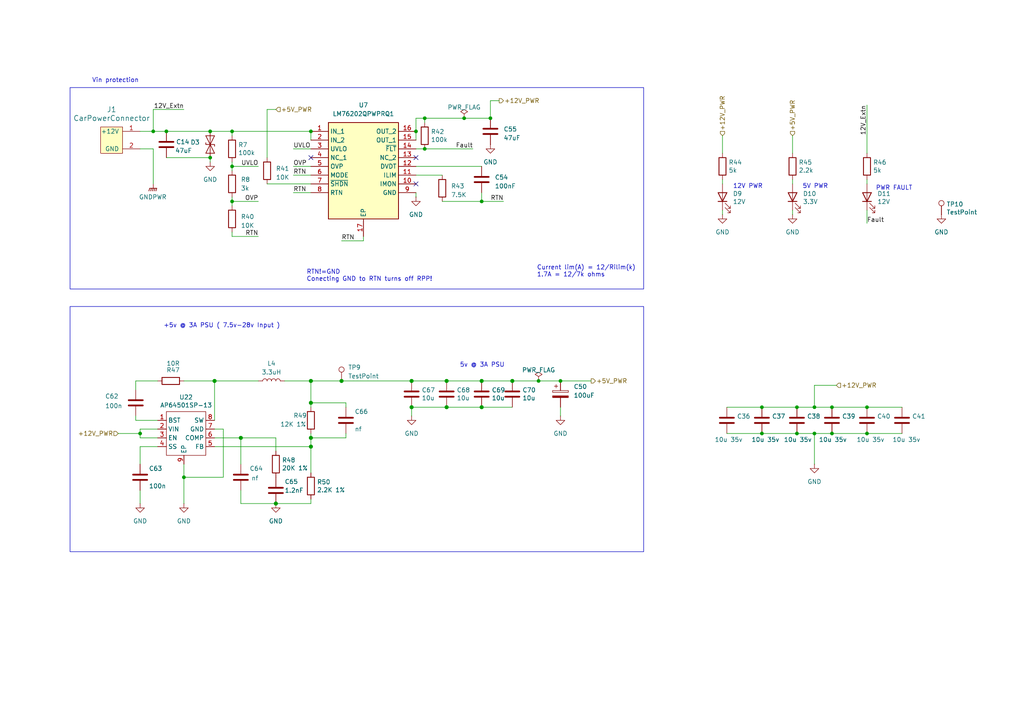
<source format=kicad_sch>
(kicad_sch (version 20231120) (generator "eeschema") (generator_version "8.0")
  (paper "A4")
  (lib_symbols
    (symbol "CM4IO:AP64351"
      (property "Reference" "U" (at 0 8.89 0))
      (property "Value" "AP64351" (at 1.27 6.35 0))
      (symbol "AP64351_0_1"
        (rectangle (start -5.08 5.08) (end 6.35 -7.62))
      )
      (symbol "AP64351_1_1"
        (pin passive line (at -7.62 2.54 0) (length 2.54) (name "BST") (number "1"))
        (pin power_in line (at -7.62 0 0) (length 2.54) (name "VIN") (number "2"))
        (pin input line (at -7.62 -2.54 0) (length 2.54) (name "EN") (number "3"))
        (pin input line (at -7.62 -5.08 0) (length 2.54) (name "SS") (number "4"))
        (pin input line (at 8.89 -5.08 180) (length 2.54) (name "FB") (number "5"))
        (pin input line (at 8.89 -2.54 180) (length 2.54) (name "COMP") (number "6"))
        (pin power_in line (at 8.89 0 180) (length 2.54) (name "GND") (number "7"))
        (pin output line (at 8.89 2.54 180) (length 2.54) (name "SW") (number "8"))
        (pin passive line (at 0 -10.16 90) (length 2.54) (name "EP") (number "9"))
      )
    )
    (symbol "Connector:TestPoint" (pin_numbers hide) (pin_names (offset 0.762) hide)
      (property "Reference" "TP" (at 0 6.858 0))
      (property "Value" "TestPoint" (at 0 5.08 0))
      (symbol "TestPoint_0_1"
        (circle (center 0 3.302) (radius 0.762))
      )
      (symbol "TestPoint_1_1"
        (pin passive line (at 0 0 90) (length 2.54) (name "1") (number "1"))
      )
    )
    (symbol "Device:C" (pin_numbers hide) (pin_names (offset 0.254))
      (property "Reference" "C" (at 0.635 2.54 0))
      (property "Value" "C" (at 0.635 -2.54 0))
      (symbol "C_0_1"
        (polyline (pts (xy -2.032 -0.762) (xy 2.032 -0.762)) (stroke (width 0.508)))
        (polyline (pts (xy -2.032 0.762) (xy 2.032 0.762)) (stroke (width 0.508)))
      )
      (symbol "C_1_1"
        (pin passive line (at 0 3.81 270) (length 2.794) (name "~") (number "1"))
        (pin passive line (at 0 -3.81 90) (length 2.794) (name "~") (number "2"))
      )
    )
    (symbol "Device:C_Polarized" (pin_numbers hide) (pin_names (offset 0.254))
      (property "Reference" "C" (at 0.635 2.54 0))
      (property "Value" "C_Polarized" (at 0.635 -2.54 0))
      (symbol "C_Polarized_0_1"
        (rectangle (start -2.286 0.508) (end 2.286 1.016))
        (polyline (pts (xy -1.778 2.286) (xy -0.762 2.286)))
        (polyline (pts (xy -1.27 2.794) (xy -1.27 1.778)))
        (rectangle (start 2.286 -0.508) (end -2.286 -1.016) (fill (type outline)))
      )
      (symbol "C_Polarized_1_1"
        (pin passive line (at 0 3.81 270) (length 2.794) (name "~") (number "1"))
        (pin passive line (at 0 -3.81 90) (length 2.794) (name "~") (number "2"))
      )
    )
    (symbol "Device:L" (pin_numbers hide) (pin_names (offset 1.016) hide)
      (property "Reference" "L" (at -1.27 0 90))
      (property "Value" "L" (at 1.905 0 90))
      (symbol "L_0_1"
        (arc (start 0 -2.54) (mid 0.6323 -1.905) (end 0 -1.27))
        (arc (start 0 -1.27) (mid 0.6323 -0.635) (end 0 0))
        (arc (start 0 0) (mid 0.6323 0.635) (end 0 1.27))
        (arc (start 0 1.27) (mid 0.6323 1.905) (end 0 2.54))
      )
      (symbol "L_1_1"
        (pin passive line (at 0 3.81 270) (length 1.27) (name "1") (number "1"))
        (pin passive line (at 0 -3.81 90) (length 1.27) (name "2") (number "2"))
      )
    )
    (symbol "Device:LED" (pin_numbers hide) (pin_names (offset 1.016) hide)
      (property "Reference" "D" (at 0 2.54 0))
      (property "Value" "LED" (at 0 -2.54 0))
      (symbol "LED_0_1"
        (polyline (pts (xy -1.27 -1.27) (xy -1.27 1.27)) (stroke (width 0.254)))
        (polyline (pts (xy -1.27 0) (xy 1.27 0)))
        (polyline (pts (xy 1.27 -1.27) (xy 1.27 1.27) (xy -1.27 0) (xy 1.27 -1.27)) (stroke (width 0.254)))
        (polyline (pts (xy -3.048 -0.762) (xy -4.572 -2.286) (xy -3.81 -2.286) (xy -4.572 -2.286) (xy -4.572 -1.524)))
        (polyline (pts (xy -1.778 -0.762) (xy -3.302 -2.286) (xy -2.54 -2.286) (xy -3.302 -2.286) (xy -3.302 -1.524)))
      )
      (symbol "LED_1_1"
        (pin passive line (at -3.81 0 0) (length 2.54) (name "K") (number "1"))
        (pin passive line (at 3.81 0 180) (length 2.54) (name "A") (number "2"))
      )
    )
    (symbol "Device:R" (pin_numbers hide) (pin_names (offset 0))
      (property "Reference" "R" (at 2.032 0 90))
      (property "Value" "R" (at 0 0 90))
      (symbol "R_0_1"
        (rectangle (start -1.016 -2.54) (end 1.016 2.54) (stroke (width 0.254)))
      )
      (symbol "R_1_1"
        (pin passive line (at 0 3.81 270) (length 1.27) (name "~") (number "1"))
        (pin passive line (at 0 -3.81 90) (length 1.27) (name "~") (number "2"))
      )
    )
    (symbol "Diode:SD12_SOD323" (pin_numbers hide) (pin_names (offset 1.016) hide)
      (property "Reference" "D" (at 0 2.54 0))
      (property "Value" "SD12_SOD323" (at 0 -2.54 0))
      (symbol "SD12_SOD323_0_1"
        (polyline (pts (xy 1.27 0) (xy -1.27 0)))
        (polyline (pts (xy -2.54 -1.27) (xy 0 0) (xy -2.54 1.27) (xy -2.54 -1.27)) (stroke (width 0.2032)))
        (polyline (pts (xy 0.508 1.27) (xy 0 1.27) (xy 0 -1.27) (xy -0.508 -1.27)) (stroke (width 0.2032)))
        (polyline (pts (xy 2.54 1.27) (xy 2.54 -1.27) (xy 0 0) (xy 2.54 1.27)) (stroke (width 0.2032)))
      )
      (symbol "SD12_SOD323_1_1"
        (pin passive line (at -3.81 0 0) (length 2.54) (name "A1") (number "1"))
        (pin passive line (at 3.81 0 180) (length 2.54) (name "A2") (number "2"))
      )
    )
    (symbol "GND_1" (power) (pin_numbers hide) (pin_names (offset 0) hide)
      (property "Value" "GND" (at 0 -3.81 0))
      (symbol "GND_1_0_1"
        (polyline (pts (xy 0 0) (xy 0 -1.27) (xy 1.27 -1.27) (xy 0 -2.54) (xy -1.27 -1.27) (xy 0 -1.27)))
      )
      (symbol "GND_1_1_1"
        (pin power_in line (at 0 0 270) (length 0) (name "~") (number "1"))
      )
    )
    (symbol "GND_2" (power) (pin_numbers hide) (pin_names (offset 0) hide)
      (property "Value" "GND" (at 0 -3.81 0))
      (symbol "GND_2_0_1"
        (polyline (pts (xy 0 0) (xy 0 -1.27) (xy 1.27 -1.27) (xy 0 -2.54) (xy -1.27 -1.27) (xy 0 -1.27)))
      )
      (symbol "GND_2_1_1"
        (pin power_in line (at 0 0 270) (length 0) (name "~") (number "1"))
      )
    )
    (symbol "GND_3" (power) (pin_numbers hide) (pin_names (offset 0) hide)
      (property "Value" "GND" (at 0 -3.81 0))
      (symbol "GND_3_0_1"
        (polyline (pts (xy 0 0) (xy 0 -1.27) (xy 1.27 -1.27) (xy 0 -2.54) (xy -1.27 -1.27) (xy 0 -1.27)))
      )
      (symbol "GND_3_1_1"
        (pin power_in line (at 0 0 270) (length 0) (name "~") (number "1"))
      )
    )
    (symbol "power:GNDPWR" (power) (pin_numbers hide) (pin_names (offset 0) hide)
      (property "Value" "GNDPWR" (at 0 -3.302 0))
      (symbol "GNDPWR_0_1"
        (polyline (pts (xy 0 -1.27) (xy 0 0)))
        (polyline (pts (xy -1.016 -1.27) (xy -1.27 -2.032) (xy -1.27 -2.032)) (stroke (width 0.2032)))
        (polyline (pts (xy -0.508 -1.27) (xy -0.762 -2.032) (xy -0.762 -2.032)) (stroke (width 0.2032)))
        (polyline (pts (xy 0 -1.27) (xy -0.254 -2.032) (xy -0.254 -2.032)) (stroke (width 0.2032)))
        (polyline (pts (xy 0.508 -1.27) (xy 0.254 -2.032) (xy 0.254 -2.032)) (stroke (width 0.2032)))
        (polyline (pts (xy 1.016 -1.27) (xy -1.016 -1.27) (xy -1.016 -1.27)) (stroke (width 0.2032)))
        (polyline (pts (xy 1.016 -1.27) (xy 0.762 -2.032) (xy 0.762 -2.032) (xy 0.762 -2.032)) (stroke (width 0.2032)))
      )
      (symbol "GNDPWR_1_1"
        (pin power_in line (at 0 0 270) (length 0) (name "~") (number "1"))
      )
    )
    (symbol "power:PWR_FLAG" (power) (pin_numbers hide) (pin_names (offset 0) hide)
      (property "Value" "PWR_FLAG" (at 0 3.81 0))
      (symbol "PWR_FLAG_0_0"
        (pin power_out line (at 0 0 90) (length 0) (name "~") (number "1"))
      )
      (symbol "PWR_FLAG_0_1"
        (polyline (pts (xy 0 0) (xy 0 1.27) (xy -1.016 1.905) (xy 0 2.54) (xy 1.016 1.905) (xy 0 1.27)))
      )
    )
    (symbol "utsvt-chips:LM76202QPWPRQ1"
      (property "Reference" "U" (at 0 0 0))
      (property "Value" "LM76202QPWPRQ1" (at 0 0 0))
      (symbol "LM76202QPWPRQ1_1_1"
        (rectangle (start -8.89 -2.54) (end 11.43 -30.48) (stroke (width 0.254)) (fill (type background)))
        (pin passive line (at -13.97 -5.08 0) (length 5.08) (name "IN_1") (number "1"))
        (pin passive line (at 16.51 -20.32 180) (length 5.08) (name "IMON") (number "10"))
        (pin passive line (at 16.51 -17.78 180) (length 5.08) (name "ILIM") (number "11"))
        (pin passive line (at 16.51 -15.24 180) (length 5.08) (name "DVDT") (number "12"))
        (pin passive line (at 16.51 -12.7 180) (length 5.08) (name "NC_2") (number "13"))
        (pin passive line (at 16.51 -10.16 180) (length 5.08) (name "~{FLT}") (number "14"))
        (pin passive line (at 16.51 -7.62 180) (length 5.08) (name "OUT_1") (number "15"))
        (pin passive line (at 16.51 -5.08 180) (length 5.08) (name "OUT_2") (number "16"))
        (pin passive line (at 1.27 -35.56 90) (length 5.08) (name "EP") (number "17"))
        (pin passive line (at -13.97 -7.62 0) (length 5.08) (name "IN_2") (number "2"))
        (pin passive line (at -13.97 -10.16 0) (length 5.08) (name "UVLO") (number "3"))
        (pin passive line (at -13.97 -12.7 0) (length 5.08) (name "NC_1") (number "4"))
        (pin passive line (at -13.97 -15.24 0) (length 5.08) (name "OVP") (number "5"))
        (pin passive line (at -13.97 -17.78 0) (length 5.08) (name "MODE") (number "6"))
        (pin passive line (at -13.97 -20.32 0) (length 5.08) (name "~{SHDN}") (number "7"))
        (pin passive line (at -13.97 -22.86 0) (length 5.08) (name "RTN") (number "8"))
        (pin passive line (at 16.51 -22.86 180) (length 5.08) (name "GND") (number "9"))
      )
    )
    (symbol "utsvt-connectors:CarPowerConnector" (pin_names (offset 1.016))
      (property "Reference" "J" (at 0 -5.08 0))
      (property "Value" "CarPowerConnector" (at 0 5.08 0))
      (symbol "CarPowerConnector_0_1"
        (rectangle (start 2.54 3.81) (end -3.81 -3.81) (fill (type background)))
      )
      (symbol "CarPowerConnector_1_1"
        (pin power_out line (at 7.62 2.54 180) (length 5.08) (name "+12V") (number "1"))
        (pin power_out line (at 7.62 -2.54 180) (length 5.08) (name "GND") (number "2"))
      )
    )
  )
  (junction (at 142.24 34.29))
  (junction (at 60.96 45.72))
  (junction (at 99.06 110.49) (diameter 1.016))
  (junction (at 40.64 125.73))
  (junction (at 90.17 127) (diameter 1.016))
  (junction (at 90.17 129.54) (diameter 1.016))
  (junction (at 48.26 38.1))
  (junction (at 129.54 118.11) (diameter 1.016))
  (junction (at 67.31 48.26))
  (junction (at 69.85 127) (diameter 1.016))
  (junction (at 90.17 110.49) (diameter 1.016))
  (junction (at 134.62 34.29))
  (junction (at 44.45 38.1))
  (junction (at 60.96 38.1))
  (junction (at 220.98 118.11))
  (junction (at 123.19 34.29))
  (junction (at 241.3 125.73))
  (junction (at 139.7 58.42))
  (junction (at 251.46 118.11))
  (junction (at 231.14 118.11))
  (junction (at 148.59 110.49) (diameter 1.016))
  (junction (at 251.46 125.73))
  (junction (at 139.7 110.49) (diameter 1.016))
  (junction (at 62.23 110.49) (diameter 1.016))
  (junction (at 67.31 38.1))
  (junction (at 139.7 118.11) (diameter 1.016))
  (junction (at 119.38 118.11) (diameter 1.016))
  (junction (at 129.54 110.49) (diameter 1.016))
  (junction (at 236.22 125.73))
  (junction (at 67.31 58.42))
  (junction (at 236.22 118.11))
  (junction (at 80.01 146.05) (diameter 1.016))
  (junction (at 162.56 110.49))
  (junction (at 156.21 110.49))
  (junction (at 119.38 110.49) (diameter 1.016))
  (junction (at 90.17 38.1))
  (junction (at 120.65 38.1))
  (junction (at 231.14 125.73))
  (junction (at 241.3 118.11))
  (junction (at 123.19 43.18))
  (junction (at 90.17 116.84) (diameter 1.016))
  (junction (at 53.34 138.43))
  (junction (at 220.98 125.73))
  (no_connect (at 120.65 45.72))
  (no_connect (at 90.17 45.72))
  (no_connect (at 120.65 53.34))
  (wire (pts (xy 123.19 34.29) (xy 134.62 34.29)))
  (wire (pts (xy 62.23 124.46) (xy 64.77 124.46)))
  (wire (pts (xy 119.38 118.11) (xy 119.38 120.65)))
  (wire (pts (xy 85.09 48.26) (xy 90.17 48.26)))
  (wire (pts (xy 53.34 138.43) (xy 53.34 146.05)))
  (wire (pts (xy 44.45 38.1) (xy 48.26 38.1)))
  (wire (pts (xy 134.62 34.29) (xy 142.24 34.29)))
  (wire (pts (xy 139.7 58.42) (xy 146.05 58.42)))
  (wire (pts (xy 64.77 124.46) (xy 64.77 138.43)))
  (wire (pts (xy 90.17 146.05) (xy 90.17 144.78)))
  (wire (pts (xy 210.82 125.73) (xy 220.98 125.73)))
  (wire (pts (xy 40.64 142.24) (xy 40.64 146.05)))
  (wire (pts (xy 40.64 127) (xy 45.72 127)))
  (wire (pts (xy 77.47 53.34) (xy 90.17 53.34)))
  (wire (pts (xy 85.09 50.8) (xy 90.17 50.8)))
  (wire (pts (xy 48.26 38.1) (xy 60.96 38.1)))
  (wire (pts (xy 236.22 125.73) (xy 241.3 125.73)))
  (wire (pts (xy 139.7 118.11) (xy 129.54 118.11)))
  (wire (pts (xy 69.85 146.05) (xy 80.01 146.05)))
  (wire (pts (xy 45.72 129.54) (xy 40.64 129.54)))
  (wire (pts (xy 67.31 59.69) (xy 67.31 58.42)))
  (wire (pts (xy 99.06 110.49) (xy 119.38 110.49)))
  (wire (pts (xy 209.55 53.34) (xy 209.55 52.07)))
  (wire (pts (xy 90.17 110.49) (xy 99.06 110.49)))
  (wire (pts (xy 67.31 57.15) (xy 67.31 58.42)))
  (wire (pts (xy 82.55 110.49) (xy 90.17 110.49)))
  (wire (pts (xy 40.64 43.18) (xy 44.45 43.18)))
  (wire (pts (xy 67.31 48.26) (xy 67.31 49.53)))
  (wire (pts (xy 129.54 118.11) (xy 119.38 118.11)))
  (wire (pts (xy 90.17 116.84) (xy 90.17 118.11)))
  (wire (pts (xy 231.14 125.73) (xy 236.22 125.73)))
  (wire (pts (xy 128.27 58.42) (xy 139.7 58.42)))
  (wire (pts (xy 74.93 58.42) (xy 67.31 58.42)))
  (wire (pts (xy 80.01 130.81) (xy 80.01 127)))
  (wire (pts (xy 67.31 67.31) (xy 67.31 68.58)))
  (wire (pts (xy 210.82 118.11) (xy 220.98 118.11)))
  (wire (pts (xy 229.87 62.23) (xy 229.87 60.96)))
  (wire (pts (xy 220.98 125.73) (xy 231.14 125.73)))
  (wire (pts (xy 85.09 55.88) (xy 90.17 55.88)))
  (wire (pts (xy 40.64 38.1) (xy 44.45 38.1)))
  (wire (pts (xy 53.34 110.49) (xy 62.23 110.49)))
  (wire (pts (xy 48.26 45.72) (xy 60.96 45.72)))
  (wire (pts (xy 120.65 50.8) (xy 128.27 50.8)))
  (wire (pts (xy 90.17 127) (xy 90.17 129.54)))
  (wire (pts (xy 40.64 124.46) (xy 45.72 124.46)))
  (wire (pts (xy 120.65 55.88) (xy 120.65 57.15)))
  (wire (pts (xy 69.85 142.24) (xy 69.85 146.05)))
  (wire (pts (xy 236.22 125.73) (xy 236.22 134.62)))
  (wire (pts (xy 251.46 30.48) (xy 251.46 44.45)))
  (wire (pts (xy 40.64 124.46) (xy 40.64 125.73)))
  (wire (pts (xy 123.19 43.18) (xy 137.16 43.18)))
  (wire (pts (xy 90.17 127) (xy 100.33 127)))
  (wire (pts (xy 139.7 55.88) (xy 139.7 58.42)))
  (wire (pts (xy 90.17 116.84) (xy 100.33 116.84)))
  (wire (pts (xy 53.34 138.43) (xy 64.77 138.43)))
  (wire (pts (xy 62.23 127) (xy 69.85 127)))
  (wire (pts (xy 148.59 110.49) (xy 156.21 110.49)))
  (wire (pts (xy 241.3 125.73) (xy 251.46 125.73)))
  (wire (pts (xy 162.56 110.49) (xy 171.45 110.49)))
  (wire (pts (xy 139.7 110.49) (xy 148.59 110.49)))
  (wire (pts (xy 251.46 53.34) (xy 251.46 52.07)))
  (wire (pts (xy 251.46 118.11) (xy 261.62 118.11)))
  (wire (pts (xy 105.41 69.85) (xy 105.41 68.58)))
  (wire (pts (xy 53.34 31.75) (xy 44.45 31.75)))
  (wire (pts (xy 231.14 118.11) (xy 236.22 118.11)))
  (wire (pts (xy 90.17 125.73) (xy 90.17 127)))
  (wire (pts (xy 77.47 31.75) (xy 77.47 45.72)))
  (wire (pts (xy 148.59 118.11) (xy 139.7 118.11)))
  (wire (pts (xy 142.24 29.21) (xy 142.24 34.29)))
  (wire (pts (xy 119.38 110.49) (xy 129.54 110.49)))
  (wire (pts (xy 60.96 38.1) (xy 67.31 38.1)))
  (wire (pts (xy 60.96 45.72) (xy 60.96 46.99)))
  (wire (pts (xy 123.19 34.29) (xy 123.19 35.56)))
  (wire (pts (xy 44.45 43.18) (xy 44.45 53.34)))
  (wire (pts (xy 34.29 125.73) (xy 40.64 125.73)))
  (wire (pts (xy 80.01 146.05) (xy 90.17 146.05)))
  (wire (pts (xy 67.31 48.26) (xy 74.93 48.26)))
  (wire (pts (xy 100.33 116.84) (xy 100.33 118.11)))
  (wire (pts (xy 241.3 118.11) (xy 251.46 118.11)))
  (wire (pts (xy 162.56 118.11) (xy 162.56 120.65)))
  (wire (pts (xy 120.65 34.29) (xy 123.19 34.29)))
  (wire (pts (xy 120.65 38.1) (xy 120.65 40.64)))
  (wire (pts (xy 39.37 120.65) (xy 39.37 121.92)))
  (wire (pts (xy 62.23 129.54) (xy 90.17 129.54)))
  (wire (pts (xy 242.57 111.76) (xy 236.22 111.76)))
  (wire (pts (xy 39.37 121.92) (xy 45.72 121.92)))
  (wire (pts (xy 67.31 68.58) (xy 74.93 68.58)))
  (wire (pts (xy 129.54 110.49) (xy 139.7 110.49)))
  (wire (pts (xy 100.33 127) (xy 100.33 125.73)))
  (wire (pts (xy 69.85 127) (xy 80.01 127)))
  (wire (pts (xy 69.85 127) (xy 69.85 134.62)))
  (wire (pts (xy 209.55 62.23) (xy 209.55 60.96)))
  (wire (pts (xy 67.31 38.1) (xy 90.17 38.1)))
  (wire (pts (xy 120.65 43.18) (xy 123.19 43.18)))
  (wire (pts (xy 53.34 134.62) (xy 53.34 138.43)))
  (wire (pts (xy 236.22 111.76) (xy 236.22 118.11)))
  (wire (pts (xy 90.17 129.54) (xy 90.17 137.16)))
  (wire (pts (xy 44.45 31.75) (xy 44.45 38.1)))
  (wire (pts (xy 62.23 110.49) (xy 74.93 110.49)))
  (wire (pts (xy 80.01 31.75) (xy 77.47 31.75)))
  (wire (pts (xy 229.87 53.34) (xy 229.87 52.07)))
  (wire (pts (xy 90.17 38.1) (xy 90.17 40.64)))
  (wire (pts (xy 120.65 34.29) (xy 120.65 38.1)))
  (wire (pts (xy 209.55 39.37) (xy 209.55 44.45)))
  (wire (pts (xy 62.23 110.49) (xy 62.23 121.92)))
  (wire (pts (xy 156.21 110.49) (xy 162.56 110.49)))
  (wire (pts (xy 39.37 113.03) (xy 39.37 110.49)))
  (wire (pts (xy 142.24 29.21) (xy 144.78 29.21)))
  (wire (pts (xy 236.22 118.11) (xy 241.3 118.11)))
  (wire (pts (xy 85.09 43.18) (xy 90.17 43.18)))
  (wire (pts (xy 120.65 48.26) (xy 139.7 48.26)))
  (wire (pts (xy 251.46 64.77) (xy 251.46 60.96)))
  (wire (pts (xy 67.31 38.1) (xy 67.31 39.37)))
  (wire (pts (xy 229.87 39.37) (xy 229.87 44.45)))
  (wire (pts (xy 39.37 110.49) (xy 45.72 110.49)))
  (wire (pts (xy 40.64 129.54) (xy 40.64 134.62)))
  (wire (pts (xy 67.31 46.99) (xy 67.31 48.26)))
  (wire (pts (xy 220.98 118.11) (xy 231.14 118.11)))
  (wire (pts (xy 251.46 125.73) (xy 261.62 125.73)))
  (wire (pts (xy 40.64 125.73) (xy 40.64 127)))
  (wire (pts (xy 90.17 110.49) (xy 90.17 116.84)))
  (wire (pts (xy 99.06 69.85) (xy 105.41 69.85)))
  (rectangle (start 20.32 88.9) (end 186.69 160.02))
  (rectangle (start 20.32 25.4) (end 186.69 83.82))
  (text "5V PWR" (at 236.474 54.102 0) (effects (font (size 1.27 1.27))))
  (text "12V PWR" (at 216.916 54.102 0) (effects (font (size 1.27 1.27))))
  (text "+5v @ 3A PSU ( 7.5v-28v Input )" (at 81.28 95.25 0) (effects (font (size 1.27 1.27)) (justify right bottom)))
  (text "PWR FAULT" (at 259.334 54.61 0) (effects (font (size 1.27 1.27))))
  (text "RTN!=GND \nConecting GND to RTN turns off RPP!" (at 88.9 80.01 0) (effects (font (size 1.27 1.27)) (justify left)))
  (text "Vin protection" (at 26.67 24.13 0) (effects (font (size 1.27 1.27)) (justify left bottom)))
  (text "5v @ 3A PSU\n" (at 133.35 106.68 0) (effects (font (size 1.27 1.27)) (justify left bottom)))
  (text "Current lim(A) = 12/Rilim(k)\n1.7A = 12/7k ohms" (at 155.702 78.74 0) (effects (font (size 1.27 1.27)) (justify left)))
  (label "RTN" (at 85.09 50.8 0))
  (label "RTN" (at 99.06 69.85 0))
  (label "RTN" (at 146.05 58.42 180))
  (label "12V_Extn" (at 53.34 31.75 180))
  (label "UVLO" (at 74.93 48.26 180))
  (label "OVP" (at 74.93 58.42 180))
  (label "Fault" (at 137.16 43.18 180))
  (label "OVP" (at 85.09 48.26 0))
  (label "12V_Extn" (at 251.46 30.48 270))
  (label "RTN" (at 85.09 55.88 0))
  (label "RTN" (at 74.93 68.58 180))
  (label "UVLO" (at 85.09 43.18 0))
  (label "Fault" (at 251.46 64.77 0))
  (hierarchical_label "+12V_PWR" (shape input) (at 209.55 39.37 90))
  (hierarchical_label "+12V_PWR" (shape input) (at 242.57 111.76 0))
  (hierarchical_label "+12V_PWR" (shape input) (at 34.29 125.73 180))
  (hierarchical_label "+5V_PWR" (shape output) (at 171.45 110.49 0))
  (hierarchical_label "+5V_PWR" (shape input) (at 229.87 39.37 90))
  (hierarchical_label "+12V_PWR" (shape output) (at 144.78 29.21 0))
  (hierarchical_label "+5V_PWR" (shape input) (at 80.01 31.75 0))
  (symbol (lib_id "Device:C") (at 69.85 138.43 0) (unit 1)
    (property "Reference" "C64" (at 72.39 135.89 0) (effects (justify left)))
    (property "Value" "nf" (at 72.898 138.684 0) (effects (justify left)))
    (property "Footprint" "Capacitor_SMD:C_0402_1005Metric" (effects (hide yes)))
  )
  (symbol (lib_id "Device:R") (at 67.31 43.18 0) (unit 1)
    (property "Reference" "R7" (at 69.088 42.0116 0) (effects (justify left)))
    (property "Value" "100k" (at 69.088 44.323 0) (effects (justify left)))
    (property "Footprint" "Resistor_SMD:R_0805_2012Metric" (effects (hide yes)))
    (property "Description" "Resistor" (effects (hide yes)))
    (property "Mouser Part Number" "71-CRCW0805100KFKEAC" (effects (hide yes)))
    (property "P/N" "CRCW0805100KFKEAC" (effects (hide yes)))
  )
  (symbol (lib_name "GND_2") (lib_id "power:GND") (at 120.65 57.15 0) (unit 1)
    (property "Reference" "#PWR042" (effects (hide yes)))
    (property "Value" "GND" (at 120.65 62.23 0))
    (property "Description" "Power symbol creates a global label with name \"GND\" , ground" (effects (hide yes)))
  )
  (symbol (lib_id "Device:R") (at 229.87 48.26 0) (unit 1)
    (property "Reference" "R45" (at 231.648 47.0916 0) (effects (justify left)))
    (property "Value" "2.2k" (at 231.648 49.403 0) (effects (justify left)))
    (property "Footprint" "Resistor_SMD:R_0805_2012Metric" (effects (hide yes)))
    (property "Description" "Resistor" (effects (hide yes)))
    (property "P/N" "SDR10EZPF2200" (effects (hide yes)))
    (property "Mouser Part Number" "Inventory" (effects (hide yes)))
  )
  (symbol (lib_id "power:PWR_FLAG") (at 134.62 34.29 0) (unit 1)
    (property "Reference" "#FLG01" (effects (hide yes)))
    (property "Value" "PWR_FLAG" (at 134.62 31.115 0))
    (property "Description" "Special symbol for telling ERC where power comes from" (effects (hide yes)))
  )
  (symbol (lib_name "GND_2") (lib_id "power:GND") (at 273.05 62.23 0) (unit 1)
    (property "Reference" "#PWR0116" (effects (hide yes)))
    (property "Value" "GND" (at 273.05 67.31 0))
    (property "Description" "Power symbol creates a global label with name \"GND\" , ground" (effects (hide yes)))
  )
  (symbol (lib_id "Device:LED") (at 209.55 57.15 90) (unit 1)
    (property "Reference" "D9" (at 212.5472 56.1848 90) (effects (justify right)))
    (property "Value" "12V" (at 212.5472 58.4962 90) (effects (justify right)))
    (property "Footprint" "LED_SMD:LED_0805_2012Metric" (effects (hide yes)))
    (property "Description" "Light emitting diode" (effects (hide yes)))
    (property "Color" "Green" (effects (hide yes)))
    (property "P/N" "APTD2012LCGCK" (effects (hide yes)))
    (property "Vf" "1.9V" (effects (hide yes)))
    (property "If" "2mA" (effects (hide yes)))
    (property "Mouser Part Number" "604-APTD2012LCGCK" (effects (hide yes)))
    (property "Inventory" "Y" (effects (hide yes)))
    (property "Mouser Price/Stock" "https://www.mouser.com/ProductDetail/Kingbright/APTD2012LCGCK?qs=AQlKX63v8RvNHN%2F9EGvNTg%3D%3D" (effects (hide yes)))
  )
  (symbol (lib_id "Device:C") (at 139.7 114.3 0) (unit 1)
    (property "Reference" "C69" (at 142.621 113.1316 0) (effects (justify left)))
    (property "Value" "10u" (at 142.621 115.443 0) (effects (justify left)))
    (property "Footprint" "Capacitor_SMD:C_0805_2012Metric" (effects (hide yes)))
    (property "Datasheet" "https://search.murata.co.jp/Ceramy/image/img/A01X/G101/ENG/GRM21BR71A106KA73-01.pdf" (effects (hide yes)))
    (property "Field5" "490-14381-1-ND" (effects (hide yes)))
    (property "Field4" "Digikey" (effects (hide yes)))
    (property "Field6" "GRM21BR71A106KA73L" (effects (hide yes)))
    (property "Field7" "Murata" (effects (hide yes)))
    (property "Part Description" "	10uF 10% 10V Ceramic Capacitor X7R 0805 (2012 Metric)" (effects (hide yes)))
    (property "Field8" "111893011" (effects (hide yes)))
  )
  (symbol (lib_id "Device:C") (at 100.33 121.92 0) (unit 1)
    (property "Reference" "C66" (at 102.87 119.38 0) (effects (justify left)))
    (property "Value" "nf" (at 102.87 124.46 0) (effects (justify left)))
    (property "Footprint" "Capacitor_SMD:C_0402_1005Metric" (effects (hide yes)))
    (property "Datasheet" "http://www.farnell.com/datasheets/2048267.pdf?_ga=2.222777691.1738794919.1588350964-1787849031.1568210898&_gac=1.250356018.1588350964.EAIaIQobChMIgrHHs4yT6QIVxevtCh39TA_nEAAYASAAEgK8PfD_BwE" (effects (hide yes)))
    (property "Field4" "Farnell" (effects (hide yes)))
    (property "Field5" "2666374" (effects (hide yes)))
    (property "Field6" "GRM1555C1H221JA01D" (effects (hide yes)))
    (property "Field7" "Murata" (effects (hide yes)))
    (property "Part Description" "220 pF, 50 V, 0402 [1005 Metric], ± 5%, C0G / NP0/CH, GCM Series" (effects (hide yes)))
  )
  (symbol (lib_name "GND_2") (lib_id "power:GND") (at 209.55 62.23 0) (unit 1)
    (property "Reference" "#PWR0111" (effects (hide yes)))
    (property "Value" "GND" (at 209.55 67.31 0))
    (property "Description" "Power symbol creates a global label with name \"GND\" , ground" (effects (hide yes)))
  )
  (symbol (lib_id "Device:C") (at 251.46 121.92 0) (unit 1)
    (property "Reference" "C40" (at 254.381 120.7516 0) (effects (justify left)))
    (property "Value" "10u 35v" (at 248.412 127.508 0) (effects (justify left)))
    (property "Footprint" "Capacitor_SMD:C_0805_2012Metric" (effects (hide yes)))
    (property "Datasheet" "https://www.murata.com/en-global/products/productdetail.aspx?partno=GRM21BC8YA106ME11%23" (effects (hide yes)))
    (property "Field5" "490-10505-1-ND" (effects (hide yes)))
    (property "Field4" "Digikey" (effects (hide yes)))
    (property "Field6" "GRM21BC8YA106KE11L " (effects (hide yes)))
    (property "Field7" "Murata" (effects (hide yes)))
    (property "Part Description" "	10uF 10% or 20% 35V Ceramic Capacitor X6S 0805 (2012 Metric)" (effects (hide yes)))
  )
  (symbol (lib_id "Device:C_Polarized") (at 162.56 114.3 0) (unit 1)
    (property "Reference" "C50" (at 166.37 112.1409 0) (effects (justify left)))
    (property "Value" "100uF" (at 166.37 114.6809 0) (effects (justify left)))
    (property "Description" "Polarized capacitor" (effects (hide yes)))
    (property "Field5" "667-EEF-CX0J101R" (effects (hide yes)))
    (property "Desc" "Capacitor, SP-Cap, 100u, 6.3V, 15mR ESR" (effects (hide yes)))
  )
  (symbol (lib_id "Device:R") (at 90.17 140.97 0) (unit 1)
    (property "Reference" "R50" (at 91.948 139.8016 0) (effects (justify left)))
    (property "Value" "2.2K 1%" (at 91.948 142.113 0) (effects (justify left)))
    (property "Footprint" "Resistor_SMD:R_0402_1005Metric" (effects (hide yes)))
    (property "Datasheet" "https://fscdn.rohm.com/en/products/databook/datasheet/passive/resistor/chip_resistor/mcr-e.pdf" (effects (hide yes)))
    (property "Field4" "Farnell" (effects (hide yes)))
    (property "Field5" "9239278" (effects (hide yes)))
    (property "Field6" "RK73G1ETQTP2201D         " (effects (hide yes)))
    (property "Field7" "KOA EUROPE GMBH" (effects (hide yes)))
    (property "Part Description" "Resistor 2.2K M1005 1% 63mW" (effects (hide yes)))
    (property "Field8" "120889581" (effects (hide yes)))
  )
  (symbol (lib_id "Device:R") (at 209.55 48.26 0) (unit 1)
    (property "Reference" "R44" (at 211.328 47.0916 0) (effects (justify left)))
    (property "Value" "5k" (at 211.328 49.403 0) (effects (justify left)))
    (property "Footprint" "Resistor_SMD:R_0805_2012Metric" (effects (hide yes)))
    (property "Description" "Resistor" (effects (hide yes)))
    (property "P/N" "CRCW080522K1FKEA" (effects (hide yes)))
    (property "Mouser Part Number" "71-CRCW0805-22.1K-E3" (effects (hide yes)))
    (property "Inventory" "Y" (effects (hide yes)))
    (property "Mouser Price/Stock" "https://www.mouser.com/ProductDetail/Vishay-Dale/CRCW080522K1FKEA?qs=fIsz7OpyEY%2F1GKOToH8JbQ%3D%3D" (effects (hide yes)))
  )
  (symbol (lib_id "Device:C") (at 40.64 138.43 0) (unit 1)
    (property "Reference" "C63" (at 43.18 135.89 0) (effects (justify left)))
    (property "Value" "100n" (at 43.18 140.97 0) (effects (justify left)))
    (property "Footprint" "Capacitor_SMD:C_0402_1005Metric" (effects (hide yes)))
    (property "Datasheet" "https://search.murata.co.jp/Ceramy/image/img/A01X/G101/ENG/GRM155R71C104KA88-01.pdf" (effects (hide yes)))
    (property "Field4" "Farnell" (effects (hide yes)))
    (property "Field5" "2611911" (effects (hide yes)))
    (property "Field6" "RM EMK105 B7104KV-F" (effects (hide yes)))
    (property "Field7" "TAIYO YUDEN EUROPE GMBH" (effects (hide yes)))
    (property "Part Description" "	0.1uF 10% 16V Ceramic Capacitor X7R 0402 (1005 Metric)" (effects (hide yes)))
    (property "Field8" "110091611" (effects (hide yes)))
  )
  (symbol (lib_name "GND_3") (lib_id "power:GND") (at 53.34 146.05 0) (unit 1)
    (property "Reference" "#PWR094" (effects (hide yes)))
    (property "Value" "GND" (at 53.34 151.13 0))
    (property "Description" "Power symbol creates a global label with name \"GND\" , ground" (effects (hide yes)))
  )
  (symbol (lib_id "Device:C") (at 48.26 41.91 0) (unit 1)
    (property "Reference" "C14" (at 51.054 41.148 0) (effects (justify left)))
    (property "Value" "47uF" (at 50.8 43.688 0) (effects (justify left)))
    (property "Footprint" "Capacitor_SMD:C_0805_2012Metric" (effects (hide yes)))
    (property "Description" "Unpolarized capacitor" (effects (hide yes)))
  )
  (symbol (lib_id "Device:R") (at 77.47 49.53 0) (unit 1)
    (property "Reference" "R41" (at 80.01 48.895 0) (effects (justify left)))
    (property "Value" "10K" (at 80.01 51.435 0) (effects (justify left)))
    (property "Footprint" "Resistor_SMD:R_0805_2012Metric" (effects (hide yes)))
    (property "Description" "Resistor" (effects (hide yes)))
    (property "Mouser Part Number" "71-CRCW080510K0FKEAC" (effects (hide yes)))
    (property "P/N" "CRCW080510K0FKEAC" (effects (hide yes)))
  )
  (symbol (lib_name "GND_3") (lib_id "power:GND") (at 80.01 146.05 0) (unit 1)
    (property "Reference" "#PWR0114" (effects (hide yes)))
    (property "Value" "GND" (at 80.01 151.13 0))
    (property "Description" "Power symbol creates a global label with name \"GND\" , ground" (effects (hide yes)))
  )
  (symbol (lib_id "Device:LED") (at 251.46 57.15 90) (unit 1)
    (property "Reference" "D11" (at 254.4572 56.1848 90) (effects (justify right)))
    (property "Value" "12V" (at 254.4572 58.4962 90) (effects (justify right)))
    (property "Footprint" "LED_SMD:LED_0805_2012Metric" (effects (hide yes)))
    (property "Description" "Light emitting diode" (effects (hide yes)))
    (property "Color" "Green" (effects (hide yes)))
    (property "P/N" "APTD2012LCGCK" (effects (hide yes)))
    (property "Vf" "1.9V" (effects (hide yes)))
    (property "If" "2mA" (effects (hide yes)))
    (property "Mouser Part Number" "604-APTD2012LCGCK" (effects (hide yes)))
    (property "Inventory" "Y" (effects (hide yes)))
    (property "Mouser Price/Stock" "https://www.mouser.com/ProductDetail/Kingbright/APTD2012LCGCK?qs=AQlKX63v8RvNHN%2F9EGvNTg%3D%3D" (effects (hide yes)))
  )
  (symbol (lib_id "Device:R") (at 49.53 110.49 270) (unit 1)
    (property "Reference" "R47" (at 48.26 107.315 90) (effects (justify left)))
    (property "Value" "10R" (at 48.26 105.41 90) (effects (justify left)))
    (property "Footprint" "Resistor_SMD:R_0402_1005Metric" (effects (hide yes)))
    (property "Datasheet" "https://fscdn.rohm.com/en/products/databook/datasheet/passive/resistor/chip_resistor/mcr-e.pdf" (effects (hide yes)))
    (property "Field4" "Farnell" (effects (hide yes)))
    (property "Field5" "9238999" (effects (hide yes)))
    (property "Field7" "Yageo" (effects (hide yes)))
    (property "Field6" "RC0402FR-0710RL" (effects (hide yes)))
    (property "Field8" "URES00256" (effects (hide yes)))
    (property "Part Description" "Resistor 10R M1005 1% 63mW" (effects (hide yes)))
  )
  (symbol (lib_id "power:GNDPWR") (at 44.45 53.34 0) (unit 1)
    (property "Reference" "#PWR018" (effects (hide yes)))
    (property "Value" "GNDPWR" (at 44.323 57.15 0))
    (property "Description" "Power symbol creates a global label with name \"GNDPWR\" , global ground" (effects (hide yes)))
  )
  (symbol (lib_id "Device:C") (at 39.37 116.84 0) (unit 1)
    (property "Reference" "C62" (at 30.48 114.935 0) (effects (justify left)))
    (property "Value" "100n" (at 30.48 117.729 0) (effects (justify left)))
    (property "Footprint" "Capacitor_SMD:C_0402_1005Metric" (effects (hide yes)))
    (property "Datasheet" "https://search.murata.co.jp/Ceramy/image/img/A01X/G101/ENG/GRM155R71C104KA88-01.pdf" (effects (hide yes)))
    (property "Field4" "Farnell" (effects (hide yes)))
    (property "Field5" "2611911" (effects (hide yes)))
    (property "Field6" "RM EMK105 B7104KV-F" (effects (hide yes)))
    (property "Field7" "TAIYO YUDEN EUROPE GMBH" (effects (hide yes)))
    (property "Part Description" "	0.1uF 10% 16V Ceramic Capacitor X7R 0402 (1005 Metric)" (effects (hide yes)))
    (property "Field8" "110091611" (effects (hide yes)))
  )
  (symbol (lib_id "power:PWR_FLAG") (at 156.21 110.49 0) (unit 1)
    (property "Reference" "#FLG02" (effects (hide yes)))
    (property "Value" "PWR_FLAG" (at 156.21 107.315 0))
    (property "Description" "Special symbol for telling ERC where power comes from" (effects (hide yes)))
  )
  (symbol (lib_id "Device:C") (at 220.98 121.92 0) (unit 1)
    (property "Reference" "C37" (at 223.901 120.7516 0) (effects (justify left)))
    (property "Value" "10u 35v" (at 217.932 127.508 0) (effects (justify left)))
    (property "Footprint" "Capacitor_SMD:C_0805_2012Metric" (effects (hide yes)))
    (property "Datasheet" "https://www.murata.com/en-global/products/productdetail.aspx?partno=GRM21BC8YA106ME11%23" (effects (hide yes)))
    (property "Field5" "490-10505-1-ND" (effects (hide yes)))
    (property "Field4" "Digikey" (effects (hide yes)))
    (property "Field6" "GRM21BC8YA106KE11L " (effects (hide yes)))
    (property "Field7" "Murata" (effects (hide yes)))
    (property "Part Description" "	10uF 10% or 20% 35V Ceramic Capacitor X6S 0805 (2012 Metric)" (effects (hide yes)))
  )
  (symbol (lib_id "Device:R") (at 67.31 53.34 0) (unit 1)
    (property "Reference" "R8" (at 69.85 52.0699 0) (effects (justify left)))
    (property "Value" "3k" (at 69.85 54.6099 0) (effects (justify left)))
    (property "Footprint" "Resistor_SMD:R_0805_2012Metric" (effects (hide yes)))
    (property "Description" "Resistor" (effects (hide yes)))
  )
  (symbol (lib_id "Device:C") (at 148.59 114.3 0) (unit 1)
    (property "Reference" "C70" (at 151.511 113.1316 0) (effects (justify left)))
    (property "Value" "10u" (at 151.511 115.443 0) (effects (justify left)))
    (property "Footprint" "Capacitor_SMD:C_0805_2012Metric" (effects (hide yes)))
    (property "Datasheet" "https://search.murata.co.jp/Ceramy/image/img/A01X/G101/ENG/GRM21BR71A106KA73-01.pdf" (effects (hide yes)))
    (property "Field5" "490-14381-1-ND" (effects (hide yes)))
    (property "Field4" "Digikey" (effects (hide yes)))
    (property "Field6" "GRM21BR71A106KA73L" (effects (hide yes)))
    (property "Field7" "Murata" (effects (hide yes)))
    (property "Part Description" "	10uF 10% 10V Ceramic Capacitor X7R 0805 (2012 Metric)" (effects (hide yes)))
    (property "Field8" "111893011" (effects (hide yes)))
  )
  (symbol (lib_name "GND_3") (lib_id "power:GND") (at 119.38 120.65 0) (unit 1)
    (property "Reference" "#PWR0117" (effects (hide yes)))
    (property "Value" "GND" (at 119.38 125.73 0))
    (property "Description" "Power symbol creates a global label with name \"GND\" , ground" (effects (hide yes)))
  )
  (symbol (lib_id "Device:C") (at 139.7 52.07 0) (unit 1)
    (property "Reference" "C54" (at 143.51 51.435 0) (effects (justify left)))
    (property "Value" "100nF" (at 143.51 53.975 0) (effects (justify left)))
    (property "Footprint" "Capacitor_SMD:C_0805_2012Metric" (effects (hide yes)))
    (property "Description" "Unpolarized capacitor" (effects (hide yes)))
    (property "Mouser Part Number" "80-C0805C104M5R" (effects (hide yes)))
    (property "P/N" "C0805C104M5RACTU" (effects (hide yes)))
  )
  (symbol (lib_id "Device:C") (at 80.01 142.24 0) (unit 1)
    (property "Reference" "C65" (at 82.55 139.7 0) (effects (justify left)))
    (property "Value" "1.2nF" (at 82.55 142.24 0) (effects (justify left)))
    (property "Footprint" "Capacitor_SMD:C_0402_1005Metric" (effects (hide yes)))
    (property "Datasheet" "http://www.farnell.com/datasheets/2734135.pdf?_ga=2.259347658.1738794919.1588350964-1787849031.1568210898&_gac=1.15394434.1588350964.EAIaIQobChMIgrHHs4yT6QIVxevtCh39TA_nEAAYASAAEgK8PfD_BwE" (effects (hide yes)))
    (property "Field4" "Digikey" (effects (hide yes)))
    (property "Field5" "490-16429-1-ND" (effects (hide yes)))
    (property "Field6" "GCM155R71H122KA37D" (effects (hide yes)))
    (property "Field7" "Murata" (effects (hide yes)))
    (property "Part Description" "1200pF 10% 10V Ceramic Capacitor X5R 0402 (1005 Metric)" (effects (hide yes)))
  )
  (symbol (lib_name "GND_2") (lib_id "power:GND") (at 229.87 62.23 0) (unit 1)
    (property "Reference" "#PWR0113" (effects (hide yes)))
    (property "Value" "GND" (at 229.87 67.31 0))
    (property "Description" "Power symbol creates a global label with name \"GND\" , ground" (effects (hide yes)))
  )
  (symbol (lib_id "utsvt-connectors:CarPowerConnector") (at 33.02 40.64 0) (unit 1)
    (property "Reference" "J1" (at 32.385 31.75 0) (effects (font (size 1.524 1.524))))
    (property "Value" "CarPowerConnector" (at 32.385 34.29 0) (effects (font (size 1.524 1.524))))
    (property "Description" "Connection to the car's low power bus" (effects (hide yes)))
  )
  (symbol (lib_id "Device:L") (at 78.74 110.49 90) (unit 1)
    (property "Reference" "L4" (at 78.74 105.41 90))
    (property "Value" "3.3uH" (at 78.74 107.95 90))
    (property "Datasheet" "https://www.bourns.com/docs/Product-Datasheets/SRN6045TA.pdf" (effects (hide yes)))
    (property "Description" "3.3µH Semi-Shielded Wirewound Inductor 7.8A 21mOhm Nonstandard" (effects (hide yes)))
    (property "Field5" "SRN6045TA-3R3Y" (effects (hide yes)))
  )
  (symbol (lib_id "Device:C") (at 210.82 121.92 0) (unit 1)
    (property "Reference" "C36" (at 213.741 120.7516 0) (effects (justify left)))
    (property "Value" "10u 35v" (at 207.264 127.508 0) (effects (justify left)))
    (property "Footprint" "Capacitor_SMD:C_0805_2012Metric" (effects (hide yes)))
    (property "Datasheet" "https://www.murata.com/en-global/products/productdetail.aspx?partno=GRM21BC8YA106ME11%23" (effects (hide yes)))
    (property "Field5" "490-10505-1-ND" (effects (hide yes)))
    (property "Field4" "Digikey" (effects (hide yes)))
    (property "Field6" "GRM21BC8YA106KE11L " (effects (hide yes)))
    (property "Field7" "Murata" (effects (hide yes)))
    (property "Part Description" "	10uF 10% or 20% 35V Ceramic Capacitor X6S 0805 (2012 Metric)" (effects (hide yes)))
  )
  (symbol (lib_id "Device:C") (at 129.54 114.3 0) (unit 1)
    (property "Reference" "C68" (at 132.461 113.1316 0) (effects (justify left)))
    (property "Value" "10u" (at 132.461 115.443 0) (effects (justify left)))
    (property "Footprint" "Capacitor_SMD:C_0805_2012Metric" (effects (hide yes)))
    (property "Datasheet" "https://search.murata.co.jp/Ceramy/image/img/A01X/G101/ENG/GRM21BR71A106KA73-01.pdf" (effects (hide yes)))
    (property "Field5" "490-14381-1-ND" (effects (hide yes)))
    (property "Field4" "Digikey" (effects (hide yes)))
    (property "Field6" "GRM21BR71A106KA73L" (effects (hide yes)))
    (property "Field7" "Murata" (effects (hide yes)))
    (property "Part Description" "	10uF 10% 10V Ceramic Capacitor X7R 0805 (2012 Metric)" (effects (hide yes)))
    (property "Field8" "111893011" (effects (hide yes)))
  )
  (symbol (lib_name "GND_2") (lib_id "power:GND") (at 60.96 46.99 0) (unit 1)
    (property "Reference" "#PWR031" (effects (hide yes)))
    (property "Value" "GND" (at 60.96 52.07 0))
    (property "Description" "Power symbol creates a global label with name \"GND\" , ground" (effects (hide yes)))
  )
  (symbol (lib_id "Diode:SD12_SOD323") (at 60.96 41.91 90) (unit 1)
    (property "Reference" "D3" (at 55.245 41.275 90) (effects (justify right)))
    (property "Value" "SD12_SOD323" (effects (hide yes)))
    (property "Footprint" "Diode_SMD:D_SOD-323" (effects (hide yes)))
    (property "Datasheet" "https://www.littelfuse.com/~/media/electronics/datasheets/tvs_diode_arrays/littelfuse_tvs_diode_array_sd_c_datasheet.pdf.pdf" (effects (hide yes)))
    (property "Description" "12V, 450W Discrete Bidirectional TVS Diode, SOD-323" (effects (hide yes)))
    (property "P/N" "PESD15VL1BA,115" (effects (hide yes)))
    (property "Mouser Part Number" "771-PESD15VL1BA-T/R" (effects (hide yes)))
    (property "Mouser Price/Stock" "https://www.mouser.com/ProductDetail/Nexperia/PESD15VL1BA115?qs=LOCUfHb8d9vibm295AC%252Bdg%3D%3D" (effects (hide yes)))
  )
  (symbol (lib_id "Device:C") (at 119.38 114.3 0) (unit 1)
    (property "Reference" "C67" (at 122.301 113.1316 0) (effects (justify left)))
    (property "Value" "10u" (at 122.301 115.443 0) (effects (justify left)))
    (property "Footprint" "Capacitor_SMD:C_0805_2012Metric" (effects (hide yes)))
    (property "Datasheet" "https://search.murata.co.jp/Ceramy/image/img/A01X/G101/ENG/GRM21BR71A106KA73-01.pdf" (effects (hide yes)))
    (property "Field5" "490-14381-1-ND" (effects (hide yes)))
    (property "Field4" "Digikey" (effects (hide yes)))
    (property "Field6" "GRM21BR71A106KA73L" (effects (hide yes)))
    (property "Field7" "Murata" (effects (hide yes)))
    (property "Part Description" "	10uF 10% 10V Ceramic Capacitor X7R 0805 (2012 Metric)" (effects (hide yes)))
    (property "Field8" "111893011" (effects (hide yes)))
  )
  (symbol (lib_id "Device:C") (at 142.24 38.1 0) (unit 1)
    (property "Reference" "C55" (at 146.05 37.465 0) (effects (justify left)))
    (property "Value" "47uF" (at 146.05 40.005 0) (effects (justify left)))
    (property "Footprint" "Capacitor_SMD:C_0805_2012Metric" (effects (hide yes)))
    (property "Description" "Unpolarized capacitor" (effects (hide yes)))
  )
  (symbol (lib_name "GND_1") (lib_id "power:GND") (at 142.24 41.91 0) (unit 1)
    (property "Reference" "#PWR019" (effects (hide yes)))
    (property "Value" "GND" (at 142.24 46.99 0))
    (property "Description" "Power symbol creates a global label with name \"GND\" , ground" (effects (hide yes)))
  )
  (symbol (lib_name "GND_2") (lib_id "power:GND") (at 236.22 134.62 0) (unit 1)
    (property "Reference" "#PWR056" (effects (hide yes)))
    (property "Value" "GND" (at 236.22 139.7 0))
    (property "Description" "Power symbol creates a global label with name \"GND\" , ground" (effects (hide yes)))
  )
  (symbol (lib_name "GND_3") (lib_id "power:GND") (at 162.56 120.65 0) (unit 1)
    (property "Reference" "#PWR0118" (effects (hide yes)))
    (property "Value" "GND" (at 162.56 125.73 0))
    (property "Description" "Power symbol creates a global label with name \"GND\" , ground" (effects (hide yes)))
  )
  (symbol (lib_id "Connector:TestPoint") (at 273.05 62.23 0) (unit 1)
    (property "Reference" "TP10" (at 274.5232 59.2328 0) (effects (justify left)))
    (property "Value" "TestPoint" (at 274.5232 61.5442 0) (effects (justify left)))
    (property "Footprint" "TestPoint:TestPoint_Pad_2.0x2.0mm" (effects (hide yes)))
    (property "Field4" "nf" (effects (hide yes)))
    (property "Field5" "nf" (effects (hide yes)))
    (property "Field6" "nf" (effects (hide yes)))
    (property "Field7" "nf" (effects (hide yes)))
  )
  (symbol (lib_id "Device:R") (at 67.31 63.5 0) (unit 1)
    (property "Reference" "R40" (at 69.85 62.865 0) (effects (justify left)))
    (property "Value" "10K" (at 69.85 65.405 0) (effects (justify left)))
    (property "Footprint" "Resistor_SMD:R_0805_2012Metric" (effects (hide yes)))
    (property "Description" "Resistor" (effects (hide yes)))
    (property "Mouser Part Number" "71-CRCW080510K0FKEAC" (effects (hide yes)))
    (property "P/N" "CRCW080510K0FKEAC" (effects (hide yes)))
  )
  (symbol (lib_id "Device:LED") (at 229.87 57.15 90) (unit 1)
    (property "Reference" "D10" (at 232.8672 56.1848 90) (effects (justify right)))
    (property "Value" "3.3V" (at 232.8672 58.4962 90) (effects (justify right)))
    (property "Footprint" "LED_SMD:LED_0805_2012Metric" (effects (hide yes)))
    (property "Description" "Light emitting diode" (effects (hide yes)))
    (property "Color" "Green" (effects (hide yes)))
    (property "P/N" "APTD2012LCGCK" (effects (hide yes)))
    (property "Vf" "1.9V" (effects (hide yes)))
    (property "If" "2mA" (effects (hide yes)))
    (property "Mouser Part Number" "604-APTD2012LCGCK" (effects (hide yes)))
  )
  (symbol (lib_id "Device:R") (at 80.01 134.62 0) (unit 1)
    (property "Reference" "R48" (at 81.788 133.4516 0) (effects (justify left)))
    (property "Value" "20K 1%" (at 81.788 135.763 0) (effects (justify left)))
    (property "Footprint" "Resistor_SMD:R_0402_1005Metric" (effects (hide yes)))
    (property "Datasheet" "https://fscdn.rohm.com/en/products/databook/datasheet/passive/resistor/chip_resistor/mcr-e.pdf" (effects (hide yes)))
    (property "Field4" "Farnell" (effects (hide yes)))
    (property "Field5" "2331485" (effects (hide yes)))
    (property "Field7" "KOA EUROPE GMBH" (effects (hide yes)))
    (property "Field6" "RK73H1ETTP2002F" (effects (hide yes)))
    (property "Part Description" "Resistor 20K M1005 1% 63mW" (effects (hide yes)))
  )
  (symbol (lib_id "Device:C") (at 261.62 121.92 0) (unit 1)
    (property "Reference" "C41" (at 264.541 120.7516 0) (effects (justify left)))
    (property "Value" "10u 35v" (at 258.826 127.508 0) (effects (justify left)))
    (property "Footprint" "Capacitor_SMD:C_0805_2012Metric" (effects (hide yes)))
    (property "Datasheet" "https://www.murata.com/en-global/products/productdetail.aspx?partno=GRM21BC8YA106ME11%23" (effects (hide yes)))
    (property "Field5" "490-10505-1-ND" (effects (hide yes)))
    (property "Field4" "Digikey" (effects (hide yes)))
    (property "Field6" "GRM21BC8YA106KE11L " (effects (hide yes)))
    (property "Field7" "Murata" (effects (hide yes)))
    (property "Part Description" "	10uF 10% or 20% 35V Ceramic Capacitor X6S 0805 (2012 Metric)" (effects (hide yes)))
  )
  (symbol (lib_id "Device:R") (at 251.46 48.26 0) (unit 1)
    (property "Reference" "R46" (at 253.238 47.0916 0) (effects (justify left)))
    (property "Value" "5k" (at 253.238 49.403 0) (effects (justify left)))
    (property "Footprint" "Resistor_SMD:R_0805_2012Metric" (effects (hide yes)))
    (property "Description" "Resistor" (effects (hide yes)))
    (property "P/N" "CRCW080522K1FKEA" (effects (hide yes)))
    (property "Mouser Part Number" "71-CRCW0805-22.1K-E3" (effects (hide yes)))
    (property "Inventory" "Y" (effects (hide yes)))
    (property "Mouser Price/Stock" "https://www.mouser.com/ProductDetail/Vishay-Dale/CRCW080522K1FKEA?qs=fIsz7OpyEY%2F1GKOToH8JbQ%3D%3D" (effects (hide yes)))
  )
  (symbol (lib_id "Device:C") (at 231.14 121.92 0) (unit 1)
    (property "Reference" "C38" (at 234.061 120.7516 0) (effects (justify left)))
    (property "Value" "10u 35v" (at 227.33 127.508 0) (effects (justify left)))
    (property "Footprint" "Capacitor_SMD:C_0805_2012Metric" (effects (hide yes)))
    (property "Datasheet" "https://www.murata.com/en-global/products/productdetail.aspx?partno=GRM21BC8YA106ME11%23" (effects (hide yes)))
    (property "Field5" "490-10505-1-ND" (effects (hide yes)))
    (property "Field4" "Digikey" (effects (hide yes)))
    (property "Field6" "GRM21BC8YA106KE11L " (effects (hide yes)))
    (property "Field7" "Murata" (effects (hide yes)))
    (property "Part Description" "	10uF 10% or 20% 35V Ceramic Capacitor X6S 0805 (2012 Metric)" (effects (hide yes)))
  )
  (symbol (lib_id "CM4IO:AP64351") (at 53.34 124.46 0) (unit 1)
    (property "Reference" "U22" (at 53.975 115.2144 0))
    (property "Value" "AP64501SP-13" (at 53.975 117.5258 0))
    (property "Footprint" "Package_SO:SOIC-8-1EP_3.9x4.9mm_P1.27mm_EP2.95x4.9mm_Mask2.71x3.4mm_ThermalVias" (effects (hide yes)))
    (property "Datasheet" "https://www.diodes.com/assets/Datasheets/AP64501.pdf" (effects (hide yes)))
    (property "Field4" "Digikey" (effects (hide yes)))
    (property "Field5" "31-AP64501SP-13CT-ND" (effects (hide yes)))
    (property "Field6" "AP64501SP-13" (effects (hide yes)))
    (property "Field7" "Diodes" (effects (hide yes)))
    (property "Part Description" "Buck Switching Regulator IC Positive Adjustable 0.8V 1 Output 5A 8-SOIC (0.154\", 3.90mm Width) Exposed Pad" (effects (hide yes)))
  )
  (symbol (lib_id "utsvt-chips:LM76202QPWPRQ1") (at 104.14 33.02 0) (unit 1)
    (property "Reference" "U7" (at 105.41 30.48 0))
    (property "Value" "LM76202QPWPRQ1" (at 105.41 33.02 0))
    (property "Footprint" "UTSVT_ICs:SOP65P640X120-17N" (effects (hide yes)))
    (property "Datasheet" "https://www.ti.com/lit/ds/symlink/lm76202-q1.pdf?HQS=dis-dk-null-digikeymode-dsf-pf-null-wwe&ts=1724336215335&ref_url=https%253A%252F%252Fwww.ti.com%252Fgeneral%252Fdocs%252Fsuppproductinfo.tsp%253FdistId%253D10%2526gotoUrl%253Dhttps%253A%252F%252Fwww.ti.com%252Flit%252Fgpn%252Flm76202-q1" (effects (hide yes)))
    (property "Description" "60V 2.2A ideal diode with integrated FET" (effects (hide yes)))
    (property "P/N" "LM76202QPWPRQ1" (effects (hide yes)))
  )
  (symbol (lib_id "Device:R") (at 123.19 39.37 0) (unit 1)
    (property "Reference" "R42" (at 124.968 38.2016 0) (effects (justify left)))
    (property "Value" "100k" (at 124.968 40.513 0) (effects (justify left)))
    (property "Footprint" "Resistor_SMD:R_0805_2012Metric" (effects (hide yes)))
    (property "Description" "Resistor" (effects (hide yes)))
    (property "Mouser Part Number" "71-CRCW0805100KFKEAC" (effects (hide yes)))
    (property "P/N" "CRCW0805100KFKEAC" (effects (hide yes)))
  )
  (symbol (lib_id "Device:R") (at 90.17 121.92 0) (unit 1)
    (property "Reference" "R49" (at 85.09 120.523 0) (effects (justify left)))
    (property "Value" "12K 1%" (at 81.28 123.063 0) (effects (justify left)))
    (property "Footprint" "Resistor_SMD:R_0402_1005Metric" (effects (hide yes)))
    (property "Datasheet" "https://fscdn.rohm.com/en/products/databook/datasheet/passive/resistor/chip_resistor/mcr-e.pdf" (effects (hide yes)))
    (property "Field4" "Farnell" (effects (hide yes)))
    (property "Field5" "9239367" (effects (hide yes)))
    (property "Field7" "Rohm" (effects (hide yes)))
    (property "Field6" "MCR01MZPF1202" (effects (hide yes)))
    (property "Part Description" "Resistor 12K M1005 1% 63mW" (effects (hide yes)))
  )
  (symbol (lib_id "Device:C") (at 241.3 121.92 0) (unit 1)
    (property "Reference" "C39" (at 244.221 120.7516 0) (effects (justify left)))
    (property "Value" "10u 35v" (at 237.49 127.508 0) (effects (justify left)))
    (property "Footprint" "Capacitor_SMD:C_0805_2012Metric" (effects (hide yes)))
    (property "Datasheet" "https://www.murata.com/en-global/products/productdetail.aspx?partno=GRM21BC8YA106ME11%23" (effects (hide yes)))
    (property "Field5" "490-10505-1-ND" (effects (hide yes)))
    (property "Field4" "Digikey" (effects (hide yes)))
    (property "Field6" "GRM21BC8YA106KE11L " (effects (hide yes)))
    (property "Field7" "Murata" (effects (hide yes)))
    (property "Part Description" "	10uF 10% or 20% 35V Ceramic Capacitor X6S 0805 (2012 Metric)" (effects (hide yes)))
  )
  (symbol (lib_id "Device:R") (at 128.27 54.61 0) (unit 1)
    (property "Reference" "R43" (at 130.81 53.975 0) (effects (justify left)))
    (property "Value" "7.5K" (at 130.81 56.515 0) (effects (justify left)))
    (property "Footprint" "Resistor_SMD:R_0805_2012Metric" (effects (hide yes)))
    (property "Description" "Resistor" (effects (hide yes)))
    (property "Mouser Part Number" "71-CRCW080510K0FKEAC" (effects (hide yes)))
    (property "P/N" "CRCW080510K0FKEAC" (effects (hide yes)))
  )
  (symbol (lib_name "GND_3") (lib_id "power:GND") (at 40.64 146.05 0) (unit 1)
    (property "Reference" "#PWR092" (effects (hide yes)))
    (property "Value" "GND" (at 40.64 151.13 0))
    (property "Description" "Power symbol creates a global label with name \"GND\" , ground" (effects (hide yes)))
  )
  (symbol (lib_id "Connector:TestPoint") (at 99.06 110.49 0) (unit 1)
    (property "Reference" "TP9" (at 100.965 106.553 0) (effects (justify left)))
    (property "Value" "TestPoint" (at 100.965 109.093 0) (effects (justify left)))
    (property "Footprint" "TestPoint:TestPoint_Pad_2.0x2.0mm" (effects (hide yes)))
    (property "Field4" "nf" (effects (hide yes)))
    (property "Field5" "nf" (effects (hide yes)))
    (property "Field6" "nf" (effects (hide yes)))
    (property "Field7" "nf" (effects (hide yes)))
  )
)
</source>
